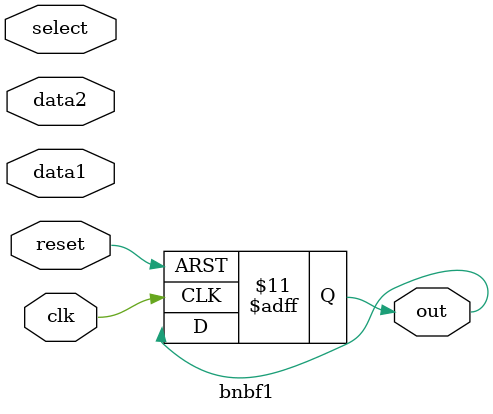
<source format=v>
module bnbf1(input wire clk, input wire reset,input wire data1,input wire data2,input wire select,output reg out);
  always @(posedge clk or posedge reset)begin
    if(reset == 1'b1)begin
      out <= 1'b0;
    end
    else if(select ==1'b0)begin
      out <= out;
    end
    else begin
      data2 <= data2;
    end
  end//end always
endmodule
</source>
